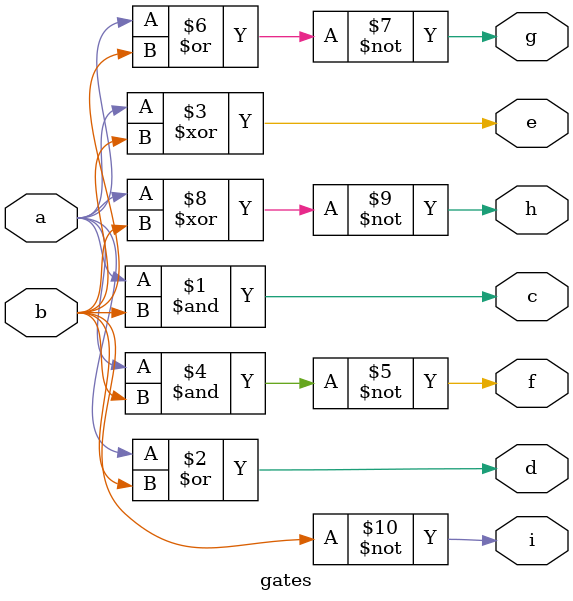
<source format=v>
module gates(
input a,b,
output c,d,e,f,g,h,i);
assign c=a&b;
assign d=a|b;
assign e=a^b;
assign f=~(a&b);
assign g=~(a|b);
assign h=~(a^b);
assign i=~b;
endmodule


</source>
